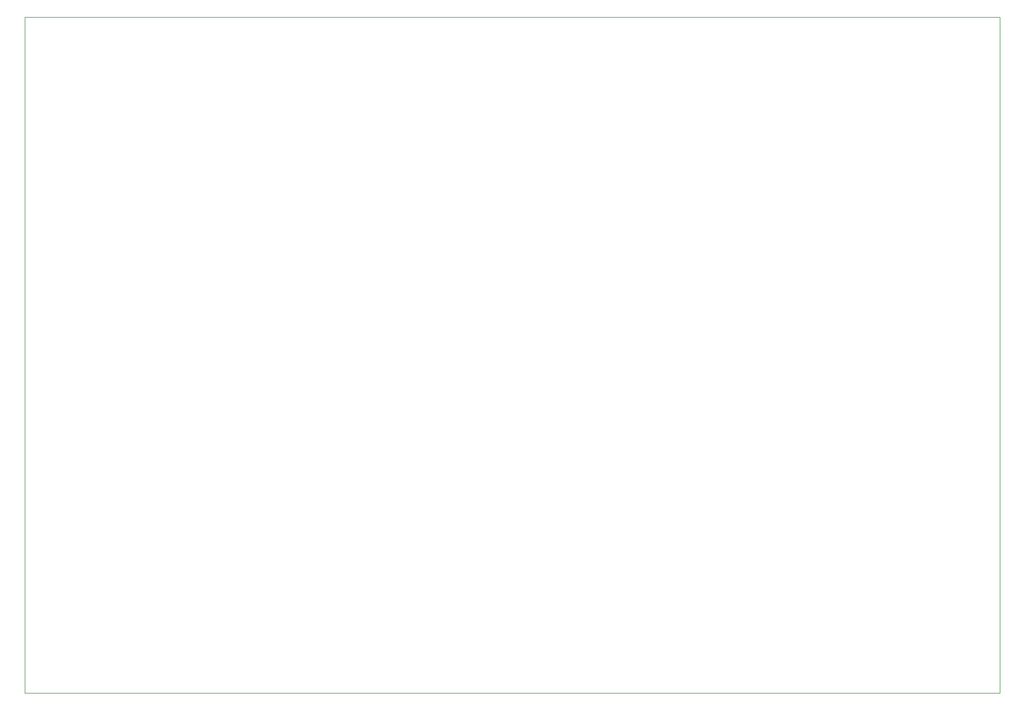
<source format=gbr>
%TF.GenerationSoftware,KiCad,Pcbnew,(6.0.1)*%
%TF.CreationDate,2022-04-13T12:15:00-04:00*%
%TF.ProjectId,Nixie Clock,4e697869-6520-4436-9c6f-636b2e6b6963,rev?*%
%TF.SameCoordinates,Original*%
%TF.FileFunction,Profile,NP*%
%FSLAX46Y46*%
G04 Gerber Fmt 4.6, Leading zero omitted, Abs format (unit mm)*
G04 Created by KiCad (PCBNEW (6.0.1)) date 2022-04-13 12:15:00*
%MOMM*%
%LPD*%
G01*
G04 APERTURE LIST*
%TA.AperFunction,Profile*%
%ADD10C,0.100000*%
%TD*%
G04 APERTURE END LIST*
D10*
X70000000Y-141500000D02*
X220000000Y-141500000D01*
X220000000Y-141500000D02*
X220000000Y-37500000D01*
X220000000Y-37500000D02*
X70000000Y-37500000D01*
X70000000Y-37500000D02*
X70000000Y-141500000D01*
M02*

</source>
